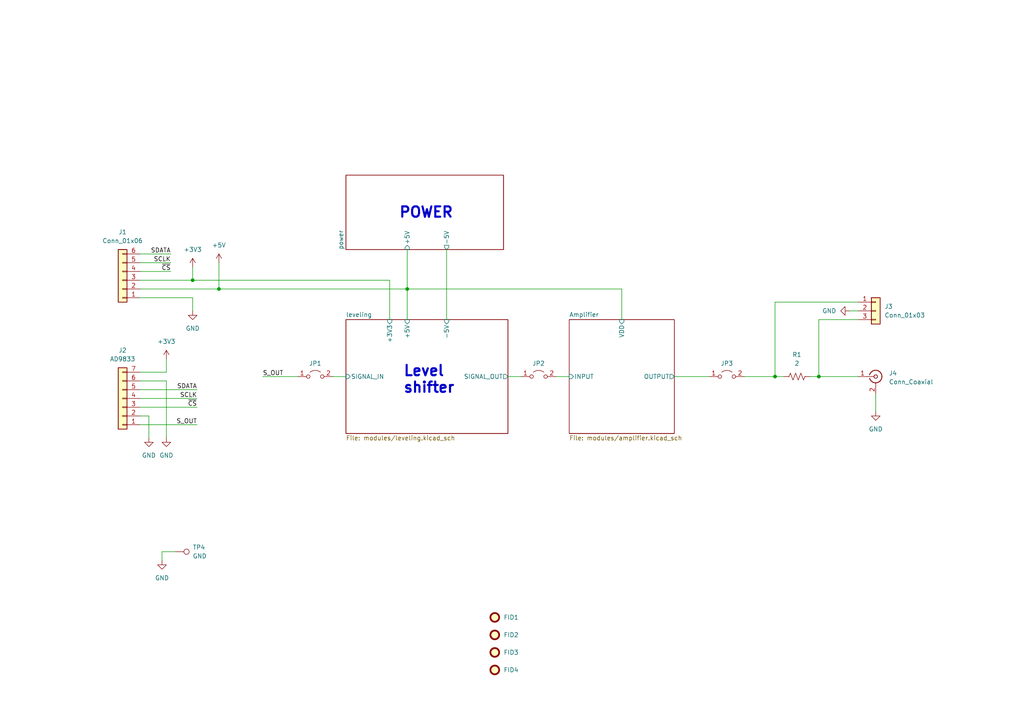
<source format=kicad_sch>
(kicad_sch (version 20230121) (generator eeschema)
  (paper "A4")
  (title_block (title "Signal-adapter") (date "2023-12-03") (rev "v1.0.0") (company "Maykol Rey") (comment 1 "Maykol Rey"))
  (lib_symbols
    (symbol "Connector:Conn_Coaxial" (pin_names (offset 1.016) hide)
      (property "Reference" "J" (at 0.254 3.048 0))
      (property "Value" "Conn_Coaxial" (at 2.921 0 90))
      (symbol "Conn_Coaxial_0_1"
        (arc (start -1.778 -0.508) (mid 0.2311 -1.8066) (end 1.778 0) (stroke (width 0.254)))
        (polyline (pts (xy -2.54 0) (xy -0.508 0)))
        (polyline (pts (xy 0 -2.54) (xy 0 -1.778)))
        (circle (center 0 0) (radius 0.508) (stroke (width 0.2032)))
        (arc (start 1.778 0) (mid 0.2099 1.8101) (end -1.778 0.508) (stroke (width 0.254)))
      )
      (symbol "Conn_Coaxial_1_1"
        (pin passive line (at -5.08 0 0) (length 2.54) (name "In") (number "1"))
        (pin passive line (at 0 -5.08 90) (length 2.54) (name "Ext") (number "2"))
      )
    )
    (symbol "Connector:TestPoint" (pin_numbers hide) (pin_names (offset 0.762) hide)
      (property "Reference" "TP" (at 0 6.858 0))
      (property "Value" "TestPoint" (at 0 5.08 0))
      (symbol "TestPoint_0_1"
        (circle (center 0 3.302) (radius 0.762))
      )
      (symbol "TestPoint_1_1"
        (pin passive line (at 0 0 90) (length 2.54) (name "1") (number "1"))
      )
    )
    (symbol "Connector_Generic:Conn_01x03" (pin_names (offset 1.016) hide)
      (property "Reference" "J" (at 0 5.08 0))
      (property "Value" "Conn_01x03" (at 0 -5.08 0))
      (symbol "Conn_01x03_1_1"
        (rectangle (start -1.27 -2.413) (end 0 -2.667) (stroke (width 0.1524)))
        (rectangle (start -1.27 0.127) (end 0 -0.127) (stroke (width 0.1524)))
        (rectangle (start -1.27 2.667) (end 0 2.413) (stroke (width 0.1524)))
        (rectangle (start -1.27 3.81) (end 1.27 -3.81) (stroke (width 0.254)) (fill (type background)))
        (pin passive line (at -5.08 2.54 0) (length 3.81) (name "Pin_1") (number "1"))
        (pin passive line (at -5.08 0 0) (length 3.81) (name "Pin_2") (number "2"))
        (pin passive line (at -5.08 -2.54 0) (length 3.81) (name "Pin_3") (number "3"))
      )
    )
    (symbol "Connector_Generic:Conn_01x06" (pin_names (offset 1.016) hide)
      (property "Reference" "J" (at 0 7.62 0))
      (property "Value" "Conn_01x06" (at 0 -10.16 0))
      (symbol "Conn_01x06_1_1"
        (rectangle (start -1.27 -7.493) (end 0 -7.747) (stroke (width 0.1524)))
        (rectangle (start -1.27 -4.953) (end 0 -5.207) (stroke (width 0.1524)))
        (rectangle (start -1.27 -2.413) (end 0 -2.667) (stroke (width 0.1524)))
        (rectangle (start -1.27 0.127) (end 0 -0.127) (stroke (width 0.1524)))
        (rectangle (start -1.27 2.667) (end 0 2.413) (stroke (width 0.1524)))
        (rectangle (start -1.27 5.207) (end 0 4.953) (stroke (width 0.1524)))
        (rectangle (start -1.27 6.35) (end 1.27 -8.89) (stroke (width 0.254)) (fill (type background)))
        (pin passive line (at -5.08 5.08 0) (length 3.81) (name "Pin_1") (number "1"))
        (pin passive line (at -5.08 2.54 0) (length 3.81) (name "Pin_2") (number "2"))
        (pin passive line (at -5.08 0 0) (length 3.81) (name "Pin_3") (number "3"))
        (pin passive line (at -5.08 -2.54 0) (length 3.81) (name "Pin_4") (number "4"))
        (pin passive line (at -5.08 -5.08 0) (length 3.81) (name "Pin_5") (number "5"))
        (pin passive line (at -5.08 -7.62 0) (length 3.81) (name "Pin_6") (number "6"))
      )
    )
    (symbol "Connector_Generic:Conn_01x07" (pin_names (offset 1.016) hide)
      (property "Reference" "J" (at 0 10.16 0))
      (property "Value" "Conn_01x07" (at 0 -10.16 0))
      (symbol "Conn_01x07_1_1"
        (rectangle (start -1.27 -7.493) (end 0 -7.747) (stroke (width 0.1524)))
        (rectangle (start -1.27 -4.953) (end 0 -5.207) (stroke (width 0.1524)))
        (rectangle (start -1.27 -2.413) (end 0 -2.667) (stroke (width 0.1524)))
        (rectangle (start -1.27 0.127) (end 0 -0.127) (stroke (width 0.1524)))
        (rectangle (start -1.27 2.667) (end 0 2.413) (stroke (width 0.1524)))
        (rectangle (start -1.27 5.207) (end 0 4.953) (stroke (width 0.1524)))
        (rectangle (start -1.27 7.747) (end 0 7.493) (stroke (width 0.1524)))
        (rectangle (start -1.27 8.89) (end 1.27 -8.89) (stroke (width 0.254)) (fill (type background)))
        (pin passive line (at -5.08 7.62 0) (length 3.81) (name "Pin_1") (number "1"))
        (pin passive line (at -5.08 5.08 0) (length 3.81) (name "Pin_2") (number "2"))
        (pin passive line (at -5.08 2.54 0) (length 3.81) (name "Pin_3") (number "3"))
        (pin passive line (at -5.08 0 0) (length 3.81) (name "Pin_4") (number "4"))
        (pin passive line (at -5.08 -2.54 0) (length 3.81) (name "Pin_5") (number "5"))
        (pin passive line (at -5.08 -5.08 0) (length 3.81) (name "Pin_6") (number "6"))
        (pin passive line (at -5.08 -7.62 0) (length 3.81) (name "Pin_7") (number "7"))
      )
    )
    (symbol "Device:R_US" (pin_numbers hide) (pin_names (offset 0))
      (property "Reference" "R" (at 2.54 0 90))
      (property "Value" "R_US" (at -2.54 0 90))
      (symbol "R_US_0_1"
        (polyline (pts (xy 0 -2.286) (xy 0 -2.54)))
        (polyline (pts (xy 0 2.286) (xy 0 2.54)))
        (polyline (pts (xy 0 -0.762) (xy 1.016 -1.143) (xy 0 -1.524) (xy -1.016 -1.905) (xy 0 -2.286)))
        (polyline (pts (xy 0 0.762) (xy 1.016 0.381) (xy 0 0) (xy -1.016 -0.381) (xy 0 -0.762)))
        (polyline (pts (xy 0 2.286) (xy 1.016 1.905) (xy 0 1.524) (xy -1.016 1.143) (xy 0 0.762)))
      )
      (symbol "R_US_1_1"
        (pin passive line (at 0 3.81 270) (length 1.27) (name "~") (number "1"))
        (pin passive line (at 0 -3.81 90) (length 1.27) (name "~") (number "2"))
      )
    )
    (symbol "Jumper:Jumper_2_Open" (pin_names (offset 0) hide)
      (property "Reference" "JP" (at 0 2.794 0))
      (property "Value" "Jumper_2_Open" (at 0 -2.286 0))
      (symbol "Jumper_2_Open_0_0"
        (circle (center -2.032 0) (radius 0.508))
        (circle (center 2.032 0) (radius 0.508))
      )
      (symbol "Jumper_2_Open_0_1"
        (arc (start 1.524 1.27) (mid 0 1.778) (end -1.524 1.27))
      )
      (symbol "Jumper_2_Open_1_1"
        (pin passive line (at -5.08 0 0) (length 2.54) (name "A") (number "1"))
        (pin passive line (at 5.08 0 180) (length 2.54) (name "B") (number "2"))
      )
    )
    (symbol "Mechanical:Fiducial"
      (property "Reference" "FID" (at 0 5.08 0))
      (property "Value" "Fiducial" (at 0 3.175 0))
      (symbol "Fiducial_0_1"
        (circle (center 0 0) (radius 1.27) (stroke (width 0.508)) (fill (type background)))
      )
    )
    (symbol "power:+3V3" (power) (pin_names (offset 0))
      (property "Value" "+3V3" (at 0 3.556 0))
      (symbol "+3V3_0_1"
        (polyline (pts (xy -0.762 1.27) (xy 0 2.54)))
        (polyline (pts (xy 0 0) (xy 0 2.54)))
        (polyline (pts (xy 0 2.54) (xy 0.762 1.27)))
      )
      (symbol "+3V3_1_1"
        (pin power_in line (at 0 0 90) (length 0) hide (name "+3V3") (number "1"))
      )
    )
    (symbol "power:+5V" (power) (pin_names (offset 0))
      (property "Value" "+5V" (at 0 3.556 0))
      (symbol "+5V_0_1"
        (polyline (pts (xy -0.762 1.27) (xy 0 2.54)))
        (polyline (pts (xy 0 0) (xy 0 2.54)))
        (polyline (pts (xy 0 2.54) (xy 0.762 1.27)))
      )
      (symbol "+5V_1_1"
        (pin power_in line (at 0 0 90) (length 0) hide (name "+5V") (number "1"))
      )
    )
    (symbol "power:GND" (power) (pin_names (offset 0))
      (property "Value" "GND" (at 0 -3.81 0))
      (symbol "GND_0_1"
        (polyline (pts (xy 0 0) (xy 0 -1.27) (xy 1.27 -1.27) (xy 0 -2.54) (xy -1.27 -1.27) (xy 0 -1.27)))
      )
      (symbol "GND_1_1"
        (pin power_in line (at 0 0 270) (length 0) hide (name "GND") (number "1"))
      )
    )
  )
  (junction (at 63.5 83.82))
  (junction (at 237.49 109.22))
  (junction (at 224.79 109.22))
  (junction (at 55.88 81.28))
  (junction (at 118.11 83.82))
  (wire (pts (xy 180.34 92.71) (xy 180.34 83.82)))
  (wire (pts (xy 63.5 76.2) (xy 63.5 83.82)))
  (wire (pts (xy 40.64 76.2) (xy 49.53 76.2)))
  (wire (pts (xy 248.92 92.71) (xy 237.49 92.71)))
  (wire (pts (xy 40.64 86.36) (xy 55.88 86.36)))
  (wire (pts (xy 46.99 160.02) (xy 46.99 162.56)))
  (wire (pts (xy 40.64 110.49) (xy 48.26 110.49)))
  (wire (pts (xy 40.64 113.03) (xy 57.15 113.03)))
  (wire (pts (xy 40.64 78.74) (xy 49.53 78.74)))
  (wire (pts (xy 48.26 104.14) (xy 48.26 107.95)))
  (wire (pts (xy 254 114.3) (xy 254 119.38)))
  (wire (pts (xy 48.26 107.95) (xy 40.64 107.95)))
  (wire (pts (xy 237.49 109.22) (xy 248.92 109.22)))
  (wire (pts (xy 40.64 123.19) (xy 57.15 123.19)))
  (wire (pts (xy 113.03 81.28) (xy 113.03 92.71)))
  (wire (pts (xy 234.95 109.22) (xy 237.49 109.22)))
  (wire (pts (xy 40.64 115.57) (xy 57.15 115.57)))
  (wire (pts (xy 40.64 83.82) (xy 63.5 83.82)))
  (wire (pts (xy 40.64 81.28) (xy 55.88 81.28)))
  (wire (pts (xy 248.92 87.63) (xy 224.79 87.63)))
  (wire (pts (xy 55.88 77.47) (xy 55.88 81.28)))
  (wire (pts (xy 40.64 120.65) (xy 43.18 120.65)))
  (wire (pts (xy 147.32 109.22) (xy 151.13 109.22)))
  (wire (pts (xy 161.29 109.22) (xy 165.1 109.22)))
  (wire (pts (xy 215.9 109.22) (xy 224.79 109.22)))
  (wire (pts (xy 55.88 81.28) (xy 113.03 81.28)))
  (wire (pts (xy 224.79 109.22) (xy 227.33 109.22)))
  (wire (pts (xy 55.88 90.17) (xy 55.88 86.36)))
  (wire (pts (xy 224.79 87.63) (xy 224.79 109.22)))
  (wire (pts (xy 43.18 127) (xy 43.18 120.65)))
  (wire (pts (xy 180.34 83.82) (xy 118.11 83.82)))
  (wire (pts (xy 76.2 109.22) (xy 86.36 109.22)))
  (wire (pts (xy 118.11 72.39) (xy 118.11 83.82)))
  (wire (pts (xy 48.26 127) (xy 48.26 110.49)))
  (wire (pts (xy 246.38 90.17) (xy 248.92 90.17)))
  (wire (pts (xy 195.58 109.22) (xy 205.74 109.22)))
  (wire (pts (xy 40.64 73.66) (xy 49.53 73.66)))
  (wire (pts (xy 96.52 109.22) (xy 100.33 109.22)))
  (wire (pts (xy 237.49 92.71) (xy 237.49 109.22)))
  (wire (pts (xy 40.64 118.11) (xy 57.15 118.11)))
  (wire (pts (xy 63.5 83.82) (xy 118.11 83.82)))
  (wire (pts (xy 46.99 160.02) (xy 50.8 160.02)))
  (wire (pts (xy 129.54 72.39) (xy 129.54 92.71)))
  (wire (pts (xy 118.11 83.82) (xy 118.11 92.71)))
  (text "Level\nshifter" (at 116.84 114.3 0) (effects (font (size 3 3) (thickness 0.6) bold) (justify left bottom)))
  (text "POWER" (at 115.57 63.5 0) (effects (font (size 3 3) (thickness 0.6) bold) (justify left bottom)))
  (label "SCLK" (at 57.15 115.57 180))
  (label "~{CS}" (at 57.15 118.11 180))
  (label "S_OUT" (at 57.15 123.19 180))
  (label "SDATA" (at 49.53 73.66 180))
  (label "SCLK" (at 49.53 76.2 180))
  (label "~{CS}" (at 49.53 78.74 180))
  (label "S_OUT" (at 76.2 109.22 0))
  (label "SDATA" (at 57.15 113.03 180))
  (symbol (lib_id "Jumper:Jumper_2_Open") (at 210.82 109.22 0) (unit 1)
    (property "Reference" "JP3" (at 210.82 105.41 0))
    (property "Value" "Jumper_2_Open" (effects hide))
    (property "Footprint" "Jumper:SolderJumper-2_P1.3mm_Open_Pad1.0x1.5mm" (effects hide))
  )
  (symbol (lib_id "power:+3V3") (at 48.26 104.14 0) (unit 1)
    (property "Reference" "#PWR04" (effects hide))
    (property "Value" "+3V3" (at 48.26 99.06 0))
  )
  (symbol (lib_id "power:GND") (at 43.18 127 0) (unit 1)
    (property "Reference" "#PWR01" (effects hide))
    (property "Value" "GND" (at 43.18 132.08 0))
  )
  (symbol (lib_id "power:GND") (at 48.26 127 0) (unit 1)
    (property "Reference" "#PWR05" (effects hide))
    (property "Value" "GND" (at 48.26 132.08 0))
  )
  (symbol (lib_id "Connector_Generic:Conn_01x03") (at 254 90.17 0) (unit 1)
    (property "Reference" "J3" (at 256.54 88.9 0) (effects (justify left)))
    (property "Value" "Conn_01x03" (at 256.54 91.44 0) (effects (justify left)))
    (property "Footprint" "Connector_PinHeader_2.54mm:PinHeader_1x03_P2.54mm_Vertical" (effects hide))
  )
  (symbol (lib_id "power:+3V3") (at 55.88 77.47 0) (unit 1)
    (property "Reference" "#PWR02" (effects hide))
    (property "Value" "+3V3" (at 55.88 72.39 0))
  )
  (symbol (lib_id "power:+5V") (at 63.5 76.2 0) (unit 1)
    (property "Reference" "#PWR06" (effects hide))
    (property "Value" "+5V" (at 63.5 71.12 0))
  )
  (symbol (lib_id "Mechanical:Fiducial") (at 143.51 194.31 0) (unit 1)
    (property "Reference" "FID4" (at 146.05 194.3099 0) (effects (justify left)))
    (property "Value" "Fiducial" (effects hide))
    (property "Footprint" "Fiducial:Fiducial_1mm_Mask2mm" (effects hide))
  )
  (symbol (lib_id "Mechanical:Fiducial") (at 143.51 189.23 0) (unit 1)
    (property "Reference" "FID3" (at 146.05 189.2299 0) (effects (justify left)))
    (property "Value" "Fiducial" (effects hide))
    (property "Footprint" "Fiducial:Fiducial_1mm_Mask2mm" (effects hide))
  )
  (symbol (lib_id "Connector_Generic:Conn_01x06") (at 35.56 81.28 180) (unit 1)
    (property "Reference" "J1" (at 35.56 67.31 0))
    (property "Value" "Conn_01x06" (at 35.56 69.85 0))
    (property "Footprint" "Connector_PinHeader_2.54mm:PinHeader_1x06_P2.54mm_Vertical" (effects hide))
  )
  (symbol (lib_id "Connector:Conn_Coaxial") (at 254 109.22 0) (unit 1)
    (property "Reference" "J4" (at 257.81 108.2432 0) (effects (justify left)))
    (property "Value" "Conn_Coaxial" (at 257.81 110.7832 0) (effects (justify left)))
    (property "Footprint" "MR-footprint:RCA-Av-8.4-5" (effects hide))
    (property "Datasheet" " ~" (effects hide))
  )
  (symbol (lib_id "power:GND") (at 46.99 162.56 0) (unit 1)
    (property "Reference" "#PWR024" (effects hide))
    (property "Value" "GND" (at 46.99 167.64 0))
  )
  (symbol (lib_id "Device:R_US") (at 231.14 109.22 90) (unit 1)
    (property "Reference" "R1" (at 231.14 102.87 90))
    (property "Value" "2" (at 231.14 105.41 90))
    (property "Footprint" "Resistor_SMD:R_1210_3225Metric" (effects hide))
    (property "Datasheet" "https://datasheet.lcsc.com/lcsc/2308241947_FOJAN-FRC1210J2R0-TS_C2960878.pdf" (effects hide))
    (property "LCSC Part" "C2960878" (effects hide))
    (property "Mfr. Part" "FRC1210J2R0 TS" (effects hide))
    (property "Manufacturer" "FOJAN" (effects hide))
    (property "Description" "333.333mW Thick Film Resistors ±5% ±200ppm/℃ 2Ω 1210 Chip Resistor - Surface Mount ROHS" (effects hide))
    (property "Price" "0.0061" (effects hide))
  )
  (symbol (lib_id "Connector_Generic:Conn_01x07") (at 35.56 115.57 180) (unit 1)
    (property "Reference" "J2" (at 35.56 101.6 0))
    (property "Value" "AD9833" (at 35.56 104.14 0))
    (property "Footprint" "Connector_PinHeader_2.54mm:PinHeader_1x07_P2.54mm_Vertical" (effects hide))
  )
  (symbol (lib_id "power:GND") (at 55.88 90.17 0) (unit 1)
    (property "Reference" "#PWR03" (effects hide))
    (property "Value" "GND" (at 55.88 95.25 0))
  )
  (symbol (lib_id "Jumper:Jumper_2_Open") (at 156.21 109.22 0) (unit 1)
    (property "Reference" "JP2" (at 156.21 105.41 0))
    (property "Value" "Jumper_2_Open" (effects hide))
    (property "Footprint" "Jumper:SolderJumper-2_P1.3mm_Open_Pad1.0x1.5mm" (effects hide))
  )
  (symbol (lib_id "power:GND") (at 246.38 90.17 270) (unit 1)
    (property "Reference" "#PWR07" (effects hide))
    (property "Value" "GND" (at 242.57 90.17 90) (effects (justify right)))
  )
  (symbol (lib_id "Mechanical:Fiducial") (at 143.51 184.15 0) (unit 1)
    (property "Reference" "FID2" (at 146.05 184.1499 0) (effects (justify left)))
    (property "Value" "Fiducial" (effects hide))
    (property "Footprint" "Fiducial:Fiducial_1mm_Mask2mm" (effects hide))
  )
  (symbol (lib_id "Mechanical:Fiducial") (at 143.51 179.07 0) (unit 1)
    (property "Reference" "FID1" (at 146.05 179.0699 0) (effects (justify left)))
    (property "Value" "Fiducial" (effects hide))
    (property "Footprint" "Fiducial:Fiducial_1mm_Mask2mm" (effects hide))
  )
  (symbol (lib_id "power:GND") (at 254 119.38 0) (unit 1)
    (property "Reference" "#PWR025" (effects hide))
    (property "Value" "GND" (at 254 124.46 0))
  )
  (symbol (lib_id "Jumper:Jumper_2_Open") (at 91.44 109.22 0) (unit 1)
    (property "Reference" "JP1" (at 91.44 105.41 0))
    (property "Value" "Jumper_2_Open" (effects hide))
    (property "Footprint" "Jumper:SolderJumper-2_P1.3mm_Open_Pad1.0x1.5mm" (effects hide))
  )
  (symbol (lib_id "Connector:TestPoint") (at 50.8 160.02 270) (unit 1) (in_bom no)
    (property "Reference" "TP4" (at 55.88 158.7499 90) (effects (justify left)))
    (property "Value" "GND" (at 55.88 161.2899 90) (effects (justify left)))
    (property "Footprint" "TestPoint:TestPoint_Pad_D1.0mm" (effects hide))
  )
  (sheet (at 100.33 50.8) (size 45.72 21.59) (stroke (width 0.1524))
    (property "Sheetname" "power" (at 99.6184 72.39 90) (effects (justify left bottom)))
    (property "Sheetfile" "modules/power_5v.kicad_sch" (effects hide))
    (pin "-5V" output (at 129.54 72.39 270))
    (pin "+5V" input (at 118.11 72.39 270))
  )
  (sheet (at 100.33 92.71) (size 46.99 33.02) (stroke (width 0.1524))
    (property "Sheetname" "leveling" (at 100.33 91.9984 0) (effects (justify left bottom)))
    (property "Sheetfile" "modules/leveling.kicad_sch" (at 100.33 126.3146 0) (effects (justify left top)))
    (pin "SIGNAL_IN" input (at 100.33 109.22 180))
    (pin "-5V" input (at 129.54 92.71 90))
    (pin "+5V" input (at 118.11 92.71 90))
    (pin "SIGNAL_OUT" output (at 147.32 109.22 0))
    (pin "+3V3" input (at 113.03 92.71 90))
  )
  (sheet (at 165.1 92.71) (size 30.48 33.02) (stroke (width 0.1524))
    (property "Sheetname" "Amplifier" (at 165.1 91.9984 0) (effects (justify left bottom)))
    (property "Sheetfile" "modules/amplifier.kicad_sch" (at 165.1 126.3146 0) (effects (justify left top)))
    (pin "OUTPUT" output (at 195.58 109.22 0))
    (pin "INPUT" input (at 165.1 109.22 180))
    (pin "VDD" input (at 180.34 92.71 90))
  )
)
</source>
